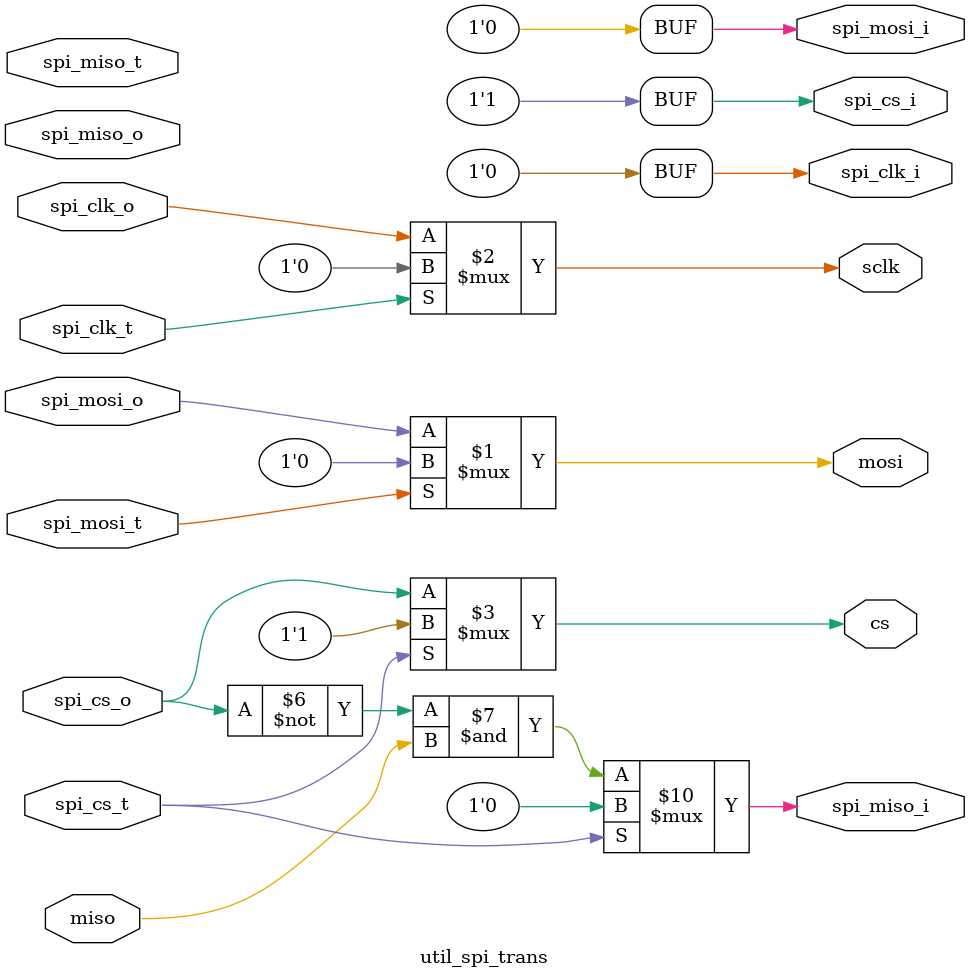
<source format=v>

`resetall
`timescale 1ns / 1ps
`default_nettype none
// verilog_format: on

module util_spi_trans #(
    parameter SLAVE_NUM = 1,
    parameter CPOL      = 1'b0
) (
    (* X_INTERFACE_INFO = "xilinx.com:interface:spi:1.0 s_spi IO0_I" *)
    output wire spi_mosi_i,  //
    (* X_INTERFACE_INFO = "xilinx.com:interface:spi:1.0 s_spi IO0_O" *)
    input  wire spi_mosi_o,  //
    (* X_INTERFACE_INFO = "xilinx.com:interface:spi:1.0 s_spi IO0_T" *)
    input  wire spi_mosi_t,  //

    (* X_INTERFACE_INFO = "xilinx.com:interface:spi:1.0 s_spi IO1_I" *)
    output reg  spi_miso_i,  //
    (* X_INTERFACE_INFO = "xilinx.com:interface:spi:1.0 s_spi IO1_O" *)
    input  wire spi_miso_o,  //
    (* X_INTERFACE_INFO = "xilinx.com:interface:spi:1.0 s_spi IO1_T" *)
    input  wire spi_miso_t,  //

    (* X_INTERFACE_INFO = "xilinx.com:interface:spi:1.0 s_spi SCK_I" *)
    output wire spi_clk_i,  //
    (* X_INTERFACE_INFO = "xilinx.com:interface:spi:1.0 s_spi SCK_O" *)
    input  wire spi_clk_o,  //
    (* X_INTERFACE_INFO = "xilinx.com:interface:spi:1.0 s_spi SCK_T" *)
    input  wire spi_clk_t,  //

    (* X_INTERFACE_INFO = "xilinx.com:interface:spi:1.0 s_spi SS_I" *)
    output wire [SLAVE_NUM-1:0] spi_cs_i,  //
    (* X_INTERFACE_INFO = "xilinx.com:interface:spi:1.0 s_spi SS_O" *)
    input  wire [SLAVE_NUM-1:0] spi_cs_o,  //
    (* X_INTERFACE_INFO = "xilinx.com:interface:spi:1.0 s_spi SS_T" *)
    input  wire                 spi_cs_t,  //

    (* X_INTERFACE_INFO = "john_tito:interface:simple_spi:1.0 m_spi scsn" *)
    output wire [SLAVE_NUM-1:0] cs,    //
    (* X_INTERFACE_INFO = "john_tito:interface:simple_spi:1.0 m_spi sclk" *)
    output wire [SLAVE_NUM-1:0] sclk,  //
    (* X_INTERFACE_INFO = "john_tito:interface:simple_spi:1.0 m_spi miso" *)
    input  wire [SLAVE_NUM-1:0] miso,  //
    (* X_INTERFACE_INFO = "john_tito:interface:simple_spi:1.0 m_spi mosi" *)
    output wire [SLAVE_NUM-1:0] mosi   //
);

    assign spi_cs_i   = {{SLAVE_NUM{1'b1}}};
    assign spi_mosi_i = 1'b0;
    assign spi_clk_i  = 1'b0;

    assign mosi       = spi_mosi_t ? {SLAVE_NUM{1'b0}} : {SLAVE_NUM{spi_mosi_o}};
    assign sclk       = spi_clk_t ? {SLAVE_NUM{CPOL}} : {SLAVE_NUM{spi_clk_o}};
    assign cs         = spi_cs_t ? {SLAVE_NUM{1'b1}} : spi_cs_o;

    always @(*) begin
        if (spi_cs_t == 1'b0) begin
            spi_miso_i = |(~spi_cs_o & miso);
        end else begin
            spi_miso_i = 1'b0;
        end
    end

endmodule

// verilog_format: off
`resetall
// verilog_format: on

</source>
